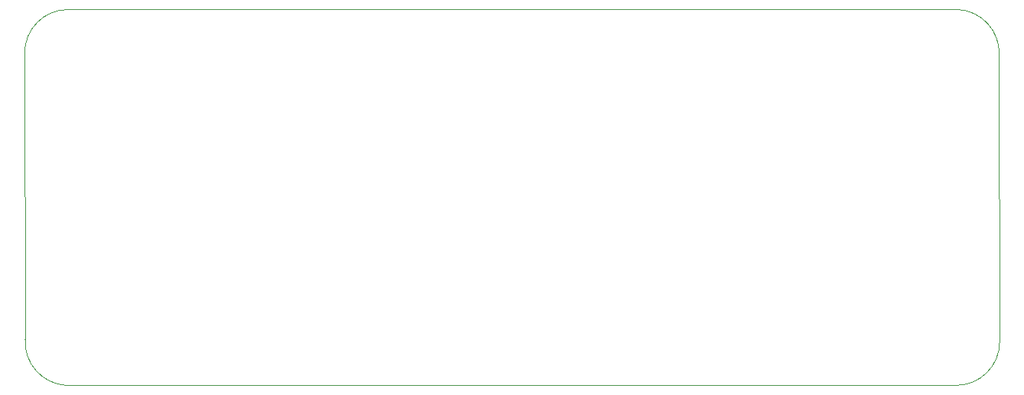
<source format=gbr>
G04 #@! TF.GenerationSoftware,KiCad,Pcbnew,(5.1.2)-2*
G04 #@! TF.CreationDate,2019-09-03T22:12:58-05:00*
G04 #@! TF.ProjectId,ControlBoard_Rev1,436f6e74-726f-46c4-926f-6172645f5265,rev?*
G04 #@! TF.SameCoordinates,Original*
G04 #@! TF.FileFunction,Profile,NP*
%FSLAX46Y46*%
G04 Gerber Fmt 4.6, Leading zero omitted, Abs format (unit mm)*
G04 Created by KiCad (PCBNEW (5.1.2)-2) date 2019-09-03 22:12:58*
%MOMM*%
%LPD*%
G04 APERTURE LIST*
%ADD10C,0.050000*%
G04 APERTURE END LIST*
D10*
X212311999Y-78627999D02*
X212378000Y-110374000D01*
X104426000Y-78374000D02*
X104492001Y-110120001D01*
X212378000Y-110374000D02*
G75*
G02X207552000Y-115200000I-4826000J0D01*
G01*
X207552000Y-115200000D02*
X109064001Y-115199999D01*
X109064001Y-115199999D02*
G75*
G02X104492001Y-110120001I253999J4825999D01*
G01*
X109252000Y-73548000D02*
X207739999Y-73548001D01*
X207739999Y-73548001D02*
G75*
G02X212311999Y-78627999I-253999J-4825999D01*
G01*
X104426000Y-78374000D02*
G75*
G02X109252000Y-73548000I4826000J0D01*
G01*
M02*

</source>
